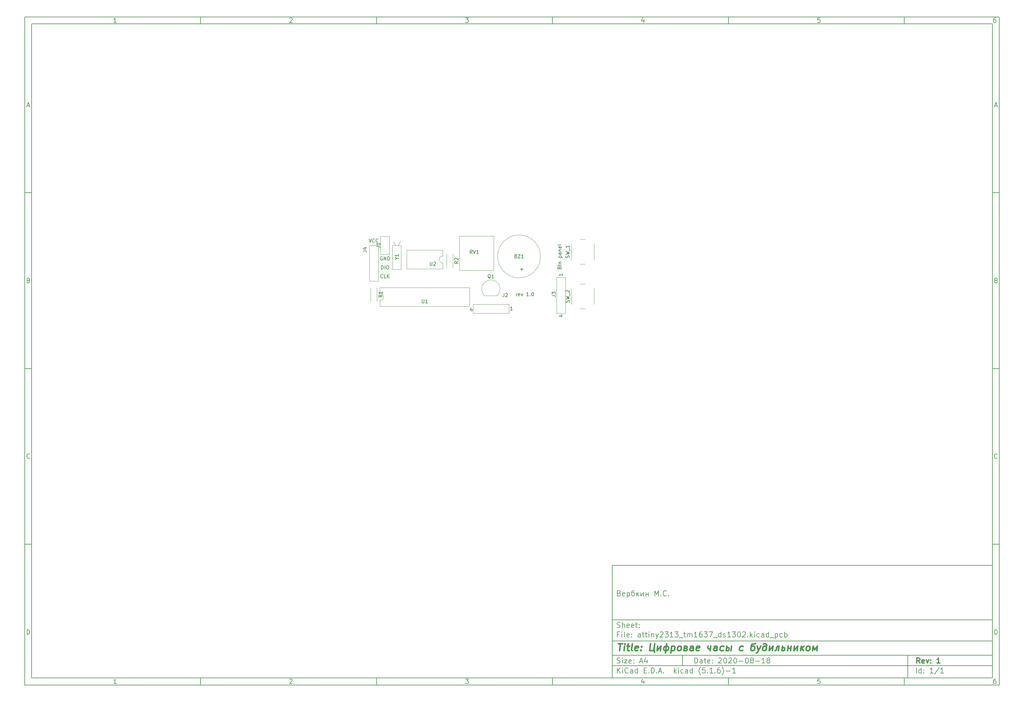
<source format=gto>
%TF.GenerationSoftware,KiCad,Pcbnew,(5.1.6)-1*%
%TF.CreationDate,2020-10-12T23:34:44+05:00*%
%TF.ProjectId,attiny2313_tm1637_ds1302,61747469-6e79-4323-9331-335f746d3136,1*%
%TF.SameCoordinates,Original*%
%TF.FileFunction,Legend,Top*%
%TF.FilePolarity,Positive*%
%FSLAX46Y46*%
G04 Gerber Fmt 4.6, Leading zero omitted, Abs format (unit mm)*
G04 Created by KiCad (PCBNEW (5.1.6)-1) date 2020-10-12 23:34:44*
%MOMM*%
%LPD*%
G01*
G04 APERTURE LIST*
%ADD10C,0.100000*%
%ADD11C,0.150000*%
%ADD12C,0.300000*%
%ADD13C,0.400000*%
%ADD14C,0.120000*%
G04 APERTURE END LIST*
D10*
D11*
X177002200Y-166007200D02*
X177002200Y-198007200D01*
X285002200Y-198007200D01*
X285002200Y-166007200D01*
X177002200Y-166007200D01*
D10*
D11*
X10000000Y-10000000D02*
X10000000Y-200007200D01*
X287002200Y-200007200D01*
X287002200Y-10000000D01*
X10000000Y-10000000D01*
D10*
D11*
X12000000Y-12000000D02*
X12000000Y-198007200D01*
X285002200Y-198007200D01*
X285002200Y-12000000D01*
X12000000Y-12000000D01*
D10*
D11*
X60000000Y-12000000D02*
X60000000Y-10000000D01*
D10*
D11*
X110000000Y-12000000D02*
X110000000Y-10000000D01*
D10*
D11*
X160000000Y-12000000D02*
X160000000Y-10000000D01*
D10*
D11*
X210000000Y-12000000D02*
X210000000Y-10000000D01*
D10*
D11*
X260000000Y-12000000D02*
X260000000Y-10000000D01*
D10*
D11*
X36065476Y-11588095D02*
X35322619Y-11588095D01*
X35694047Y-11588095D02*
X35694047Y-10288095D01*
X35570238Y-10473809D01*
X35446428Y-10597619D01*
X35322619Y-10659523D01*
D10*
D11*
X85322619Y-10411904D02*
X85384523Y-10350000D01*
X85508333Y-10288095D01*
X85817857Y-10288095D01*
X85941666Y-10350000D01*
X86003571Y-10411904D01*
X86065476Y-10535714D01*
X86065476Y-10659523D01*
X86003571Y-10845238D01*
X85260714Y-11588095D01*
X86065476Y-11588095D01*
D10*
D11*
X135260714Y-10288095D02*
X136065476Y-10288095D01*
X135632142Y-10783333D01*
X135817857Y-10783333D01*
X135941666Y-10845238D01*
X136003571Y-10907142D01*
X136065476Y-11030952D01*
X136065476Y-11340476D01*
X136003571Y-11464285D01*
X135941666Y-11526190D01*
X135817857Y-11588095D01*
X135446428Y-11588095D01*
X135322619Y-11526190D01*
X135260714Y-11464285D01*
D10*
D11*
X185941666Y-10721428D02*
X185941666Y-11588095D01*
X185632142Y-10226190D02*
X185322619Y-11154761D01*
X186127380Y-11154761D01*
D10*
D11*
X236003571Y-10288095D02*
X235384523Y-10288095D01*
X235322619Y-10907142D01*
X235384523Y-10845238D01*
X235508333Y-10783333D01*
X235817857Y-10783333D01*
X235941666Y-10845238D01*
X236003571Y-10907142D01*
X236065476Y-11030952D01*
X236065476Y-11340476D01*
X236003571Y-11464285D01*
X235941666Y-11526190D01*
X235817857Y-11588095D01*
X235508333Y-11588095D01*
X235384523Y-11526190D01*
X235322619Y-11464285D01*
D10*
D11*
X285941666Y-10288095D02*
X285694047Y-10288095D01*
X285570238Y-10350000D01*
X285508333Y-10411904D01*
X285384523Y-10597619D01*
X285322619Y-10845238D01*
X285322619Y-11340476D01*
X285384523Y-11464285D01*
X285446428Y-11526190D01*
X285570238Y-11588095D01*
X285817857Y-11588095D01*
X285941666Y-11526190D01*
X286003571Y-11464285D01*
X286065476Y-11340476D01*
X286065476Y-11030952D01*
X286003571Y-10907142D01*
X285941666Y-10845238D01*
X285817857Y-10783333D01*
X285570238Y-10783333D01*
X285446428Y-10845238D01*
X285384523Y-10907142D01*
X285322619Y-11030952D01*
D10*
D11*
X60000000Y-198007200D02*
X60000000Y-200007200D01*
D10*
D11*
X110000000Y-198007200D02*
X110000000Y-200007200D01*
D10*
D11*
X160000000Y-198007200D02*
X160000000Y-200007200D01*
D10*
D11*
X210000000Y-198007200D02*
X210000000Y-200007200D01*
D10*
D11*
X260000000Y-198007200D02*
X260000000Y-200007200D01*
D10*
D11*
X36065476Y-199595295D02*
X35322619Y-199595295D01*
X35694047Y-199595295D02*
X35694047Y-198295295D01*
X35570238Y-198481009D01*
X35446428Y-198604819D01*
X35322619Y-198666723D01*
D10*
D11*
X85322619Y-198419104D02*
X85384523Y-198357200D01*
X85508333Y-198295295D01*
X85817857Y-198295295D01*
X85941666Y-198357200D01*
X86003571Y-198419104D01*
X86065476Y-198542914D01*
X86065476Y-198666723D01*
X86003571Y-198852438D01*
X85260714Y-199595295D01*
X86065476Y-199595295D01*
D10*
D11*
X135260714Y-198295295D02*
X136065476Y-198295295D01*
X135632142Y-198790533D01*
X135817857Y-198790533D01*
X135941666Y-198852438D01*
X136003571Y-198914342D01*
X136065476Y-199038152D01*
X136065476Y-199347676D01*
X136003571Y-199471485D01*
X135941666Y-199533390D01*
X135817857Y-199595295D01*
X135446428Y-199595295D01*
X135322619Y-199533390D01*
X135260714Y-199471485D01*
D10*
D11*
X185941666Y-198728628D02*
X185941666Y-199595295D01*
X185632142Y-198233390D02*
X185322619Y-199161961D01*
X186127380Y-199161961D01*
D10*
D11*
X236003571Y-198295295D02*
X235384523Y-198295295D01*
X235322619Y-198914342D01*
X235384523Y-198852438D01*
X235508333Y-198790533D01*
X235817857Y-198790533D01*
X235941666Y-198852438D01*
X236003571Y-198914342D01*
X236065476Y-199038152D01*
X236065476Y-199347676D01*
X236003571Y-199471485D01*
X235941666Y-199533390D01*
X235817857Y-199595295D01*
X235508333Y-199595295D01*
X235384523Y-199533390D01*
X235322619Y-199471485D01*
D10*
D11*
X285941666Y-198295295D02*
X285694047Y-198295295D01*
X285570238Y-198357200D01*
X285508333Y-198419104D01*
X285384523Y-198604819D01*
X285322619Y-198852438D01*
X285322619Y-199347676D01*
X285384523Y-199471485D01*
X285446428Y-199533390D01*
X285570238Y-199595295D01*
X285817857Y-199595295D01*
X285941666Y-199533390D01*
X286003571Y-199471485D01*
X286065476Y-199347676D01*
X286065476Y-199038152D01*
X286003571Y-198914342D01*
X285941666Y-198852438D01*
X285817857Y-198790533D01*
X285570238Y-198790533D01*
X285446428Y-198852438D01*
X285384523Y-198914342D01*
X285322619Y-199038152D01*
D10*
D11*
X10000000Y-60000000D02*
X12000000Y-60000000D01*
D10*
D11*
X10000000Y-110000000D02*
X12000000Y-110000000D01*
D10*
D11*
X10000000Y-160000000D02*
X12000000Y-160000000D01*
D10*
D11*
X10690476Y-35216666D02*
X11309523Y-35216666D01*
X10566666Y-35588095D02*
X11000000Y-34288095D01*
X11433333Y-35588095D01*
D10*
D11*
X11092857Y-84907142D02*
X11278571Y-84969047D01*
X11340476Y-85030952D01*
X11402380Y-85154761D01*
X11402380Y-85340476D01*
X11340476Y-85464285D01*
X11278571Y-85526190D01*
X11154761Y-85588095D01*
X10659523Y-85588095D01*
X10659523Y-84288095D01*
X11092857Y-84288095D01*
X11216666Y-84350000D01*
X11278571Y-84411904D01*
X11340476Y-84535714D01*
X11340476Y-84659523D01*
X11278571Y-84783333D01*
X11216666Y-84845238D01*
X11092857Y-84907142D01*
X10659523Y-84907142D01*
D10*
D11*
X11402380Y-135464285D02*
X11340476Y-135526190D01*
X11154761Y-135588095D01*
X11030952Y-135588095D01*
X10845238Y-135526190D01*
X10721428Y-135402380D01*
X10659523Y-135278571D01*
X10597619Y-135030952D01*
X10597619Y-134845238D01*
X10659523Y-134597619D01*
X10721428Y-134473809D01*
X10845238Y-134350000D01*
X11030952Y-134288095D01*
X11154761Y-134288095D01*
X11340476Y-134350000D01*
X11402380Y-134411904D01*
D10*
D11*
X10659523Y-185588095D02*
X10659523Y-184288095D01*
X10969047Y-184288095D01*
X11154761Y-184350000D01*
X11278571Y-184473809D01*
X11340476Y-184597619D01*
X11402380Y-184845238D01*
X11402380Y-185030952D01*
X11340476Y-185278571D01*
X11278571Y-185402380D01*
X11154761Y-185526190D01*
X10969047Y-185588095D01*
X10659523Y-185588095D01*
D10*
D11*
X287002200Y-60000000D02*
X285002200Y-60000000D01*
D10*
D11*
X287002200Y-110000000D02*
X285002200Y-110000000D01*
D10*
D11*
X287002200Y-160000000D02*
X285002200Y-160000000D01*
D10*
D11*
X285692676Y-35216666D02*
X286311723Y-35216666D01*
X285568866Y-35588095D02*
X286002200Y-34288095D01*
X286435533Y-35588095D01*
D10*
D11*
X286095057Y-84907142D02*
X286280771Y-84969047D01*
X286342676Y-85030952D01*
X286404580Y-85154761D01*
X286404580Y-85340476D01*
X286342676Y-85464285D01*
X286280771Y-85526190D01*
X286156961Y-85588095D01*
X285661723Y-85588095D01*
X285661723Y-84288095D01*
X286095057Y-84288095D01*
X286218866Y-84350000D01*
X286280771Y-84411904D01*
X286342676Y-84535714D01*
X286342676Y-84659523D01*
X286280771Y-84783333D01*
X286218866Y-84845238D01*
X286095057Y-84907142D01*
X285661723Y-84907142D01*
D10*
D11*
X286404580Y-135464285D02*
X286342676Y-135526190D01*
X286156961Y-135588095D01*
X286033152Y-135588095D01*
X285847438Y-135526190D01*
X285723628Y-135402380D01*
X285661723Y-135278571D01*
X285599819Y-135030952D01*
X285599819Y-134845238D01*
X285661723Y-134597619D01*
X285723628Y-134473809D01*
X285847438Y-134350000D01*
X286033152Y-134288095D01*
X286156961Y-134288095D01*
X286342676Y-134350000D01*
X286404580Y-134411904D01*
D10*
D11*
X285661723Y-185588095D02*
X285661723Y-184288095D01*
X285971247Y-184288095D01*
X286156961Y-184350000D01*
X286280771Y-184473809D01*
X286342676Y-184597619D01*
X286404580Y-184845238D01*
X286404580Y-185030952D01*
X286342676Y-185278571D01*
X286280771Y-185402380D01*
X286156961Y-185526190D01*
X285971247Y-185588095D01*
X285661723Y-185588095D01*
D10*
D11*
X200434342Y-193785771D02*
X200434342Y-192285771D01*
X200791485Y-192285771D01*
X201005771Y-192357200D01*
X201148628Y-192500057D01*
X201220057Y-192642914D01*
X201291485Y-192928628D01*
X201291485Y-193142914D01*
X201220057Y-193428628D01*
X201148628Y-193571485D01*
X201005771Y-193714342D01*
X200791485Y-193785771D01*
X200434342Y-193785771D01*
X202577200Y-193785771D02*
X202577200Y-193000057D01*
X202505771Y-192857200D01*
X202362914Y-192785771D01*
X202077200Y-192785771D01*
X201934342Y-192857200D01*
X202577200Y-193714342D02*
X202434342Y-193785771D01*
X202077200Y-193785771D01*
X201934342Y-193714342D01*
X201862914Y-193571485D01*
X201862914Y-193428628D01*
X201934342Y-193285771D01*
X202077200Y-193214342D01*
X202434342Y-193214342D01*
X202577200Y-193142914D01*
X203077200Y-192785771D02*
X203648628Y-192785771D01*
X203291485Y-192285771D02*
X203291485Y-193571485D01*
X203362914Y-193714342D01*
X203505771Y-193785771D01*
X203648628Y-193785771D01*
X204720057Y-193714342D02*
X204577200Y-193785771D01*
X204291485Y-193785771D01*
X204148628Y-193714342D01*
X204077200Y-193571485D01*
X204077200Y-193000057D01*
X204148628Y-192857200D01*
X204291485Y-192785771D01*
X204577200Y-192785771D01*
X204720057Y-192857200D01*
X204791485Y-193000057D01*
X204791485Y-193142914D01*
X204077200Y-193285771D01*
X205434342Y-193642914D02*
X205505771Y-193714342D01*
X205434342Y-193785771D01*
X205362914Y-193714342D01*
X205434342Y-193642914D01*
X205434342Y-193785771D01*
X205434342Y-192857200D02*
X205505771Y-192928628D01*
X205434342Y-193000057D01*
X205362914Y-192928628D01*
X205434342Y-192857200D01*
X205434342Y-193000057D01*
X207220057Y-192428628D02*
X207291485Y-192357200D01*
X207434342Y-192285771D01*
X207791485Y-192285771D01*
X207934342Y-192357200D01*
X208005771Y-192428628D01*
X208077200Y-192571485D01*
X208077200Y-192714342D01*
X208005771Y-192928628D01*
X207148628Y-193785771D01*
X208077200Y-193785771D01*
X209005771Y-192285771D02*
X209148628Y-192285771D01*
X209291485Y-192357200D01*
X209362914Y-192428628D01*
X209434342Y-192571485D01*
X209505771Y-192857200D01*
X209505771Y-193214342D01*
X209434342Y-193500057D01*
X209362914Y-193642914D01*
X209291485Y-193714342D01*
X209148628Y-193785771D01*
X209005771Y-193785771D01*
X208862914Y-193714342D01*
X208791485Y-193642914D01*
X208720057Y-193500057D01*
X208648628Y-193214342D01*
X208648628Y-192857200D01*
X208720057Y-192571485D01*
X208791485Y-192428628D01*
X208862914Y-192357200D01*
X209005771Y-192285771D01*
X210077200Y-192428628D02*
X210148628Y-192357200D01*
X210291485Y-192285771D01*
X210648628Y-192285771D01*
X210791485Y-192357200D01*
X210862914Y-192428628D01*
X210934342Y-192571485D01*
X210934342Y-192714342D01*
X210862914Y-192928628D01*
X210005771Y-193785771D01*
X210934342Y-193785771D01*
X211862914Y-192285771D02*
X212005771Y-192285771D01*
X212148628Y-192357200D01*
X212220057Y-192428628D01*
X212291485Y-192571485D01*
X212362914Y-192857200D01*
X212362914Y-193214342D01*
X212291485Y-193500057D01*
X212220057Y-193642914D01*
X212148628Y-193714342D01*
X212005771Y-193785771D01*
X211862914Y-193785771D01*
X211720057Y-193714342D01*
X211648628Y-193642914D01*
X211577200Y-193500057D01*
X211505771Y-193214342D01*
X211505771Y-192857200D01*
X211577200Y-192571485D01*
X211648628Y-192428628D01*
X211720057Y-192357200D01*
X211862914Y-192285771D01*
X213005771Y-193214342D02*
X214148628Y-193214342D01*
X215148628Y-192285771D02*
X215291485Y-192285771D01*
X215434342Y-192357200D01*
X215505771Y-192428628D01*
X215577200Y-192571485D01*
X215648628Y-192857200D01*
X215648628Y-193214342D01*
X215577200Y-193500057D01*
X215505771Y-193642914D01*
X215434342Y-193714342D01*
X215291485Y-193785771D01*
X215148628Y-193785771D01*
X215005771Y-193714342D01*
X214934342Y-193642914D01*
X214862914Y-193500057D01*
X214791485Y-193214342D01*
X214791485Y-192857200D01*
X214862914Y-192571485D01*
X214934342Y-192428628D01*
X215005771Y-192357200D01*
X215148628Y-192285771D01*
X216505771Y-192928628D02*
X216362914Y-192857200D01*
X216291485Y-192785771D01*
X216220057Y-192642914D01*
X216220057Y-192571485D01*
X216291485Y-192428628D01*
X216362914Y-192357200D01*
X216505771Y-192285771D01*
X216791485Y-192285771D01*
X216934342Y-192357200D01*
X217005771Y-192428628D01*
X217077200Y-192571485D01*
X217077200Y-192642914D01*
X217005771Y-192785771D01*
X216934342Y-192857200D01*
X216791485Y-192928628D01*
X216505771Y-192928628D01*
X216362914Y-193000057D01*
X216291485Y-193071485D01*
X216220057Y-193214342D01*
X216220057Y-193500057D01*
X216291485Y-193642914D01*
X216362914Y-193714342D01*
X216505771Y-193785771D01*
X216791485Y-193785771D01*
X216934342Y-193714342D01*
X217005771Y-193642914D01*
X217077200Y-193500057D01*
X217077200Y-193214342D01*
X217005771Y-193071485D01*
X216934342Y-193000057D01*
X216791485Y-192928628D01*
X217720057Y-193214342D02*
X218862914Y-193214342D01*
X220362914Y-193785771D02*
X219505771Y-193785771D01*
X219934342Y-193785771D02*
X219934342Y-192285771D01*
X219791485Y-192500057D01*
X219648628Y-192642914D01*
X219505771Y-192714342D01*
X221220057Y-192928628D02*
X221077200Y-192857200D01*
X221005771Y-192785771D01*
X220934342Y-192642914D01*
X220934342Y-192571485D01*
X221005771Y-192428628D01*
X221077200Y-192357200D01*
X221220057Y-192285771D01*
X221505771Y-192285771D01*
X221648628Y-192357200D01*
X221720057Y-192428628D01*
X221791485Y-192571485D01*
X221791485Y-192642914D01*
X221720057Y-192785771D01*
X221648628Y-192857200D01*
X221505771Y-192928628D01*
X221220057Y-192928628D01*
X221077200Y-193000057D01*
X221005771Y-193071485D01*
X220934342Y-193214342D01*
X220934342Y-193500057D01*
X221005771Y-193642914D01*
X221077200Y-193714342D01*
X221220057Y-193785771D01*
X221505771Y-193785771D01*
X221648628Y-193714342D01*
X221720057Y-193642914D01*
X221791485Y-193500057D01*
X221791485Y-193214342D01*
X221720057Y-193071485D01*
X221648628Y-193000057D01*
X221505771Y-192928628D01*
D10*
D11*
X177002200Y-194507200D02*
X285002200Y-194507200D01*
D10*
D11*
X178434342Y-196585771D02*
X178434342Y-195085771D01*
X179291485Y-196585771D02*
X178648628Y-195728628D01*
X179291485Y-195085771D02*
X178434342Y-195942914D01*
X179934342Y-196585771D02*
X179934342Y-195585771D01*
X179934342Y-195085771D02*
X179862914Y-195157200D01*
X179934342Y-195228628D01*
X180005771Y-195157200D01*
X179934342Y-195085771D01*
X179934342Y-195228628D01*
X181505771Y-196442914D02*
X181434342Y-196514342D01*
X181220057Y-196585771D01*
X181077200Y-196585771D01*
X180862914Y-196514342D01*
X180720057Y-196371485D01*
X180648628Y-196228628D01*
X180577200Y-195942914D01*
X180577200Y-195728628D01*
X180648628Y-195442914D01*
X180720057Y-195300057D01*
X180862914Y-195157200D01*
X181077200Y-195085771D01*
X181220057Y-195085771D01*
X181434342Y-195157200D01*
X181505771Y-195228628D01*
X182791485Y-196585771D02*
X182791485Y-195800057D01*
X182720057Y-195657200D01*
X182577200Y-195585771D01*
X182291485Y-195585771D01*
X182148628Y-195657200D01*
X182791485Y-196514342D02*
X182648628Y-196585771D01*
X182291485Y-196585771D01*
X182148628Y-196514342D01*
X182077200Y-196371485D01*
X182077200Y-196228628D01*
X182148628Y-196085771D01*
X182291485Y-196014342D01*
X182648628Y-196014342D01*
X182791485Y-195942914D01*
X184148628Y-196585771D02*
X184148628Y-195085771D01*
X184148628Y-196514342D02*
X184005771Y-196585771D01*
X183720057Y-196585771D01*
X183577200Y-196514342D01*
X183505771Y-196442914D01*
X183434342Y-196300057D01*
X183434342Y-195871485D01*
X183505771Y-195728628D01*
X183577200Y-195657200D01*
X183720057Y-195585771D01*
X184005771Y-195585771D01*
X184148628Y-195657200D01*
X186005771Y-195800057D02*
X186505771Y-195800057D01*
X186720057Y-196585771D02*
X186005771Y-196585771D01*
X186005771Y-195085771D01*
X186720057Y-195085771D01*
X187362914Y-196442914D02*
X187434342Y-196514342D01*
X187362914Y-196585771D01*
X187291485Y-196514342D01*
X187362914Y-196442914D01*
X187362914Y-196585771D01*
X188077200Y-196585771D02*
X188077200Y-195085771D01*
X188434342Y-195085771D01*
X188648628Y-195157200D01*
X188791485Y-195300057D01*
X188862914Y-195442914D01*
X188934342Y-195728628D01*
X188934342Y-195942914D01*
X188862914Y-196228628D01*
X188791485Y-196371485D01*
X188648628Y-196514342D01*
X188434342Y-196585771D01*
X188077200Y-196585771D01*
X189577200Y-196442914D02*
X189648628Y-196514342D01*
X189577200Y-196585771D01*
X189505771Y-196514342D01*
X189577200Y-196442914D01*
X189577200Y-196585771D01*
X190220057Y-196157200D02*
X190934342Y-196157200D01*
X190077200Y-196585771D02*
X190577200Y-195085771D01*
X191077200Y-196585771D01*
X191577200Y-196442914D02*
X191648628Y-196514342D01*
X191577200Y-196585771D01*
X191505771Y-196514342D01*
X191577200Y-196442914D01*
X191577200Y-196585771D01*
X194577200Y-196585771D02*
X194577200Y-195085771D01*
X194720057Y-196014342D02*
X195148628Y-196585771D01*
X195148628Y-195585771D02*
X194577200Y-196157200D01*
X195791485Y-196585771D02*
X195791485Y-195585771D01*
X195791485Y-195085771D02*
X195720057Y-195157200D01*
X195791485Y-195228628D01*
X195862914Y-195157200D01*
X195791485Y-195085771D01*
X195791485Y-195228628D01*
X197148628Y-196514342D02*
X197005771Y-196585771D01*
X196720057Y-196585771D01*
X196577200Y-196514342D01*
X196505771Y-196442914D01*
X196434342Y-196300057D01*
X196434342Y-195871485D01*
X196505771Y-195728628D01*
X196577200Y-195657200D01*
X196720057Y-195585771D01*
X197005771Y-195585771D01*
X197148628Y-195657200D01*
X198434342Y-196585771D02*
X198434342Y-195800057D01*
X198362914Y-195657200D01*
X198220057Y-195585771D01*
X197934342Y-195585771D01*
X197791485Y-195657200D01*
X198434342Y-196514342D02*
X198291485Y-196585771D01*
X197934342Y-196585771D01*
X197791485Y-196514342D01*
X197720057Y-196371485D01*
X197720057Y-196228628D01*
X197791485Y-196085771D01*
X197934342Y-196014342D01*
X198291485Y-196014342D01*
X198434342Y-195942914D01*
X199791485Y-196585771D02*
X199791485Y-195085771D01*
X199791485Y-196514342D02*
X199648628Y-196585771D01*
X199362914Y-196585771D01*
X199220057Y-196514342D01*
X199148628Y-196442914D01*
X199077200Y-196300057D01*
X199077200Y-195871485D01*
X199148628Y-195728628D01*
X199220057Y-195657200D01*
X199362914Y-195585771D01*
X199648628Y-195585771D01*
X199791485Y-195657200D01*
X202077200Y-197157200D02*
X202005771Y-197085771D01*
X201862914Y-196871485D01*
X201791485Y-196728628D01*
X201720057Y-196514342D01*
X201648628Y-196157200D01*
X201648628Y-195871485D01*
X201720057Y-195514342D01*
X201791485Y-195300057D01*
X201862914Y-195157200D01*
X202005771Y-194942914D01*
X202077200Y-194871485D01*
X203362914Y-195085771D02*
X202648628Y-195085771D01*
X202577200Y-195800057D01*
X202648628Y-195728628D01*
X202791485Y-195657200D01*
X203148628Y-195657200D01*
X203291485Y-195728628D01*
X203362914Y-195800057D01*
X203434342Y-195942914D01*
X203434342Y-196300057D01*
X203362914Y-196442914D01*
X203291485Y-196514342D01*
X203148628Y-196585771D01*
X202791485Y-196585771D01*
X202648628Y-196514342D01*
X202577200Y-196442914D01*
X204077200Y-196442914D02*
X204148628Y-196514342D01*
X204077200Y-196585771D01*
X204005771Y-196514342D01*
X204077200Y-196442914D01*
X204077200Y-196585771D01*
X205577200Y-196585771D02*
X204720057Y-196585771D01*
X205148628Y-196585771D02*
X205148628Y-195085771D01*
X205005771Y-195300057D01*
X204862914Y-195442914D01*
X204720057Y-195514342D01*
X206220057Y-196442914D02*
X206291485Y-196514342D01*
X206220057Y-196585771D01*
X206148628Y-196514342D01*
X206220057Y-196442914D01*
X206220057Y-196585771D01*
X207577200Y-195085771D02*
X207291485Y-195085771D01*
X207148628Y-195157200D01*
X207077200Y-195228628D01*
X206934342Y-195442914D01*
X206862914Y-195728628D01*
X206862914Y-196300057D01*
X206934342Y-196442914D01*
X207005771Y-196514342D01*
X207148628Y-196585771D01*
X207434342Y-196585771D01*
X207577200Y-196514342D01*
X207648628Y-196442914D01*
X207720057Y-196300057D01*
X207720057Y-195942914D01*
X207648628Y-195800057D01*
X207577200Y-195728628D01*
X207434342Y-195657200D01*
X207148628Y-195657200D01*
X207005771Y-195728628D01*
X206934342Y-195800057D01*
X206862914Y-195942914D01*
X208220057Y-197157200D02*
X208291485Y-197085771D01*
X208434342Y-196871485D01*
X208505771Y-196728628D01*
X208577200Y-196514342D01*
X208648628Y-196157200D01*
X208648628Y-195871485D01*
X208577200Y-195514342D01*
X208505771Y-195300057D01*
X208434342Y-195157200D01*
X208291485Y-194942914D01*
X208220057Y-194871485D01*
X209362914Y-196014342D02*
X210505771Y-196014342D01*
X212005771Y-196585771D02*
X211148628Y-196585771D01*
X211577200Y-196585771D02*
X211577200Y-195085771D01*
X211434342Y-195300057D01*
X211291485Y-195442914D01*
X211148628Y-195514342D01*
D10*
D11*
X177002200Y-191507200D02*
X285002200Y-191507200D01*
D10*
D12*
X264411485Y-193785771D02*
X263911485Y-193071485D01*
X263554342Y-193785771D02*
X263554342Y-192285771D01*
X264125771Y-192285771D01*
X264268628Y-192357200D01*
X264340057Y-192428628D01*
X264411485Y-192571485D01*
X264411485Y-192785771D01*
X264340057Y-192928628D01*
X264268628Y-193000057D01*
X264125771Y-193071485D01*
X263554342Y-193071485D01*
X265625771Y-193714342D02*
X265482914Y-193785771D01*
X265197200Y-193785771D01*
X265054342Y-193714342D01*
X264982914Y-193571485D01*
X264982914Y-193000057D01*
X265054342Y-192857200D01*
X265197200Y-192785771D01*
X265482914Y-192785771D01*
X265625771Y-192857200D01*
X265697200Y-193000057D01*
X265697200Y-193142914D01*
X264982914Y-193285771D01*
X266197200Y-192785771D02*
X266554342Y-193785771D01*
X266911485Y-192785771D01*
X267482914Y-193642914D02*
X267554342Y-193714342D01*
X267482914Y-193785771D01*
X267411485Y-193714342D01*
X267482914Y-193642914D01*
X267482914Y-193785771D01*
X267482914Y-192857200D02*
X267554342Y-192928628D01*
X267482914Y-193000057D01*
X267411485Y-192928628D01*
X267482914Y-192857200D01*
X267482914Y-193000057D01*
X270125771Y-193785771D02*
X269268628Y-193785771D01*
X269697200Y-193785771D02*
X269697200Y-192285771D01*
X269554342Y-192500057D01*
X269411485Y-192642914D01*
X269268628Y-192714342D01*
D10*
D11*
X178362914Y-193714342D02*
X178577200Y-193785771D01*
X178934342Y-193785771D01*
X179077200Y-193714342D01*
X179148628Y-193642914D01*
X179220057Y-193500057D01*
X179220057Y-193357200D01*
X179148628Y-193214342D01*
X179077200Y-193142914D01*
X178934342Y-193071485D01*
X178648628Y-193000057D01*
X178505771Y-192928628D01*
X178434342Y-192857200D01*
X178362914Y-192714342D01*
X178362914Y-192571485D01*
X178434342Y-192428628D01*
X178505771Y-192357200D01*
X178648628Y-192285771D01*
X179005771Y-192285771D01*
X179220057Y-192357200D01*
X179862914Y-193785771D02*
X179862914Y-192785771D01*
X179862914Y-192285771D02*
X179791485Y-192357200D01*
X179862914Y-192428628D01*
X179934342Y-192357200D01*
X179862914Y-192285771D01*
X179862914Y-192428628D01*
X180434342Y-192785771D02*
X181220057Y-192785771D01*
X180434342Y-193785771D01*
X181220057Y-193785771D01*
X182362914Y-193714342D02*
X182220057Y-193785771D01*
X181934342Y-193785771D01*
X181791485Y-193714342D01*
X181720057Y-193571485D01*
X181720057Y-193000057D01*
X181791485Y-192857200D01*
X181934342Y-192785771D01*
X182220057Y-192785771D01*
X182362914Y-192857200D01*
X182434342Y-193000057D01*
X182434342Y-193142914D01*
X181720057Y-193285771D01*
X183077200Y-193642914D02*
X183148628Y-193714342D01*
X183077200Y-193785771D01*
X183005771Y-193714342D01*
X183077200Y-193642914D01*
X183077200Y-193785771D01*
X183077200Y-192857200D02*
X183148628Y-192928628D01*
X183077200Y-193000057D01*
X183005771Y-192928628D01*
X183077200Y-192857200D01*
X183077200Y-193000057D01*
X184862914Y-193357200D02*
X185577200Y-193357200D01*
X184720057Y-193785771D02*
X185220057Y-192285771D01*
X185720057Y-193785771D01*
X186862914Y-192785771D02*
X186862914Y-193785771D01*
X186505771Y-192214342D02*
X186148628Y-193285771D01*
X187077200Y-193285771D01*
D10*
D11*
X263434342Y-196585771D02*
X263434342Y-195085771D01*
X264791485Y-196585771D02*
X264791485Y-195085771D01*
X264791485Y-196514342D02*
X264648628Y-196585771D01*
X264362914Y-196585771D01*
X264220057Y-196514342D01*
X264148628Y-196442914D01*
X264077200Y-196300057D01*
X264077200Y-195871485D01*
X264148628Y-195728628D01*
X264220057Y-195657200D01*
X264362914Y-195585771D01*
X264648628Y-195585771D01*
X264791485Y-195657200D01*
X265505771Y-196442914D02*
X265577200Y-196514342D01*
X265505771Y-196585771D01*
X265434342Y-196514342D01*
X265505771Y-196442914D01*
X265505771Y-196585771D01*
X265505771Y-195657200D02*
X265577200Y-195728628D01*
X265505771Y-195800057D01*
X265434342Y-195728628D01*
X265505771Y-195657200D01*
X265505771Y-195800057D01*
X268148628Y-196585771D02*
X267291485Y-196585771D01*
X267720057Y-196585771D02*
X267720057Y-195085771D01*
X267577200Y-195300057D01*
X267434342Y-195442914D01*
X267291485Y-195514342D01*
X269862914Y-195014342D02*
X268577200Y-196942914D01*
X271148628Y-196585771D02*
X270291485Y-196585771D01*
X270720057Y-196585771D02*
X270720057Y-195085771D01*
X270577200Y-195300057D01*
X270434342Y-195442914D01*
X270291485Y-195514342D01*
D10*
D11*
X177002200Y-187507200D02*
X285002200Y-187507200D01*
D10*
D13*
X178714580Y-188211961D02*
X179857438Y-188211961D01*
X179036009Y-190211961D02*
X179286009Y-188211961D01*
X180274104Y-190211961D02*
X180440771Y-188878628D01*
X180524104Y-188211961D02*
X180416961Y-188307200D01*
X180500295Y-188402438D01*
X180607438Y-188307200D01*
X180524104Y-188211961D01*
X180500295Y-188402438D01*
X181107438Y-188878628D02*
X181869342Y-188878628D01*
X181476485Y-188211961D02*
X181262200Y-189926247D01*
X181333628Y-190116723D01*
X181512200Y-190211961D01*
X181702676Y-190211961D01*
X182655057Y-190211961D02*
X182476485Y-190116723D01*
X182405057Y-189926247D01*
X182619342Y-188211961D01*
X184190771Y-190116723D02*
X183988390Y-190211961D01*
X183607438Y-190211961D01*
X183428866Y-190116723D01*
X183357438Y-189926247D01*
X183452676Y-189164342D01*
X183571723Y-188973866D01*
X183774104Y-188878628D01*
X184155057Y-188878628D01*
X184333628Y-188973866D01*
X184405057Y-189164342D01*
X184381247Y-189354819D01*
X183405057Y-189545295D01*
X185155057Y-190021485D02*
X185238390Y-190116723D01*
X185131247Y-190211961D01*
X185047914Y-190116723D01*
X185155057Y-190021485D01*
X185131247Y-190211961D01*
X185286009Y-188973866D02*
X185369342Y-189069104D01*
X185262200Y-189164342D01*
X185178866Y-189069104D01*
X185286009Y-188973866D01*
X185262200Y-189164342D01*
X189000295Y-188211961D02*
X188750295Y-190211961D01*
X187857438Y-188211961D02*
X187607438Y-190211961D01*
X188940771Y-190211961D01*
X188881247Y-190688152D01*
X189869342Y-188878628D02*
X189702676Y-190211961D01*
X190821723Y-188878628D01*
X190655057Y-190211961D01*
X192428866Y-188211961D02*
X192095533Y-190878628D01*
X192155057Y-188878628D02*
X192536009Y-188878628D01*
X192714580Y-188973866D01*
X192881247Y-189164342D01*
X192952676Y-189354819D01*
X192905057Y-189735771D01*
X192786009Y-189926247D01*
X192571723Y-190116723D01*
X192369342Y-190211961D01*
X191988390Y-190211961D01*
X191809819Y-190116723D01*
X191643152Y-189926247D01*
X191571723Y-189735771D01*
X191619342Y-189354819D01*
X191738390Y-189164342D01*
X191952676Y-188973866D01*
X192155057Y-188878628D01*
X193869342Y-188878628D02*
X193619342Y-190878628D01*
X193857438Y-188973866D02*
X194059819Y-188878628D01*
X194440771Y-188878628D01*
X194619342Y-188973866D01*
X194702676Y-189069104D01*
X194774104Y-189259580D01*
X194702676Y-189831009D01*
X194583628Y-190021485D01*
X194476485Y-190116723D01*
X194274104Y-190211961D01*
X193893152Y-190211961D01*
X193714580Y-190116723D01*
X195797914Y-190211961D02*
X195619342Y-190116723D01*
X195536009Y-190021485D01*
X195464580Y-189831009D01*
X195536009Y-189259580D01*
X195655057Y-189069104D01*
X195762200Y-188973866D01*
X195964580Y-188878628D01*
X196250295Y-188878628D01*
X196428866Y-188973866D01*
X196512200Y-189069104D01*
X196583628Y-189259580D01*
X196512200Y-189831009D01*
X196393152Y-190021485D01*
X196286009Y-190116723D01*
X196083628Y-190211961D01*
X195797914Y-190211961D01*
X197881247Y-189545295D02*
X198155057Y-189640533D01*
X198226485Y-189831009D01*
X198214580Y-189926247D01*
X198095533Y-190116723D01*
X197893152Y-190211961D01*
X197321723Y-190211961D01*
X197488390Y-188878628D01*
X197964580Y-188878628D01*
X198143152Y-188973866D01*
X198214580Y-189164342D01*
X198202676Y-189259580D01*
X198083628Y-189450057D01*
X197881247Y-189545295D01*
X197405057Y-189545295D01*
X199893152Y-190211961D02*
X200024104Y-189164342D01*
X199952676Y-188973866D01*
X199774104Y-188878628D01*
X199393152Y-188878628D01*
X199190771Y-188973866D01*
X199905057Y-190116723D02*
X199702676Y-190211961D01*
X199226485Y-190211961D01*
X199047914Y-190116723D01*
X198976485Y-189926247D01*
X199000295Y-189735771D01*
X199119342Y-189545295D01*
X199321723Y-189450057D01*
X199797914Y-189450057D01*
X200000295Y-189354819D01*
X201619342Y-190116723D02*
X201416961Y-190211961D01*
X201036009Y-190211961D01*
X200857438Y-190116723D01*
X200786009Y-189926247D01*
X200881247Y-189164342D01*
X201000295Y-188973866D01*
X201202676Y-188878628D01*
X201583628Y-188878628D01*
X201762200Y-188973866D01*
X201833628Y-189164342D01*
X201809819Y-189354819D01*
X200833628Y-189545295D01*
X204916961Y-188878628D02*
X204750295Y-190211961D01*
X204155057Y-188878628D02*
X204095533Y-189354819D01*
X204166961Y-189545295D01*
X204345533Y-189640533D01*
X204821723Y-189640533D01*
X206655057Y-190211961D02*
X206786009Y-189164342D01*
X206714580Y-188973866D01*
X206536009Y-188878628D01*
X206155057Y-188878628D01*
X205952676Y-188973866D01*
X206666961Y-190116723D02*
X206464580Y-190211961D01*
X205988390Y-190211961D01*
X205809819Y-190116723D01*
X205738390Y-189926247D01*
X205762200Y-189735771D01*
X205881247Y-189545295D01*
X206083628Y-189450057D01*
X206559819Y-189450057D01*
X206762200Y-189354819D01*
X208476485Y-190116723D02*
X208274104Y-190211961D01*
X207893152Y-190211961D01*
X207714580Y-190116723D01*
X207631247Y-190021485D01*
X207559819Y-189831009D01*
X207631247Y-189259580D01*
X207750295Y-189069104D01*
X207857438Y-188973866D01*
X208059819Y-188878628D01*
X208440771Y-188878628D01*
X208619342Y-188973866D01*
X210821723Y-188878628D02*
X210655057Y-190211961D01*
X209488390Y-188878628D02*
X209321723Y-190211961D01*
X209797914Y-190211961D01*
X210000295Y-190116723D01*
X210119342Y-189926247D01*
X210155057Y-189640533D01*
X210083628Y-189450057D01*
X209905057Y-189354819D01*
X209428866Y-189354819D01*
X214000295Y-190116723D02*
X213797914Y-190211961D01*
X213416961Y-190211961D01*
X213238390Y-190116723D01*
X213155057Y-190021485D01*
X213083628Y-189831009D01*
X213155057Y-189259580D01*
X213274104Y-189069104D01*
X213381247Y-188973866D01*
X213583628Y-188878628D01*
X213964580Y-188878628D01*
X214143152Y-188973866D01*
X217583628Y-188116723D02*
X217476485Y-188211961D01*
X217274104Y-188307200D01*
X216893152Y-188307200D01*
X216690771Y-188402438D01*
X216583628Y-188497676D01*
X216464580Y-188688152D01*
X216321723Y-189831009D01*
X216393152Y-190021485D01*
X216476485Y-190116723D01*
X216655057Y-190211961D01*
X216940771Y-190211961D01*
X217143152Y-190116723D01*
X217250295Y-190021485D01*
X217369342Y-189831009D01*
X217440771Y-189259580D01*
X217369342Y-189069104D01*
X217286009Y-188973866D01*
X217107438Y-188878628D01*
X216726485Y-188878628D01*
X216524104Y-188973866D01*
X216416961Y-189069104D01*
X218155057Y-188878628D02*
X218464580Y-190211961D01*
X219107438Y-188878628D02*
X218464580Y-190211961D01*
X218214580Y-190688152D01*
X218107438Y-190783390D01*
X217905057Y-190878628D01*
X220797914Y-189069104D02*
X220714580Y-188973866D01*
X220536009Y-188878628D01*
X220155057Y-188878628D01*
X219952676Y-188973866D01*
X219845533Y-189069104D01*
X219726485Y-189259580D01*
X219655057Y-189831009D01*
X219726485Y-190021485D01*
X219809819Y-190116723D01*
X219988390Y-190211961D01*
X220274104Y-190211961D01*
X220476485Y-190116723D01*
X220583628Y-190021485D01*
X220702676Y-189831009D01*
X220857438Y-188592914D01*
X220786009Y-188402438D01*
X220702676Y-188307200D01*
X220524104Y-188211961D01*
X220143152Y-188211961D01*
X219940771Y-188307200D01*
X221678866Y-188878628D02*
X221512200Y-190211961D01*
X222631247Y-188878628D01*
X222464580Y-190211961D01*
X224178866Y-190211961D02*
X224345533Y-188878628D01*
X224059819Y-188878628D01*
X223857438Y-188973866D01*
X223738390Y-189164342D01*
X223547914Y-189926247D01*
X223428866Y-190116723D01*
X223226485Y-190211961D01*
X225297914Y-188878628D02*
X225131247Y-190211961D01*
X225607438Y-190211961D01*
X225809819Y-190116723D01*
X225928866Y-189926247D01*
X225964580Y-189640533D01*
X225893152Y-189450057D01*
X225714580Y-189354819D01*
X225238390Y-189354819D01*
X226833628Y-189545295D02*
X227690771Y-189545295D01*
X226916961Y-188878628D02*
X226750295Y-190211961D01*
X227774104Y-188878628D02*
X227607438Y-190211961D01*
X228726485Y-188878628D02*
X228559819Y-190211961D01*
X229678866Y-188878628D01*
X229512199Y-190211961D01*
X230631247Y-188878628D02*
X230464580Y-190211961D01*
X230750295Y-189450057D02*
X231226485Y-190211961D01*
X231393152Y-188878628D02*
X230536009Y-189640533D01*
X232369342Y-190211961D02*
X232190771Y-190116723D01*
X232107438Y-190021485D01*
X232036009Y-189831009D01*
X232107438Y-189259580D01*
X232226485Y-189069104D01*
X232333628Y-188973866D01*
X232536009Y-188878628D01*
X232821723Y-188878628D01*
X233000295Y-188973866D01*
X233083628Y-189069104D01*
X233155057Y-189259580D01*
X233083628Y-189831009D01*
X232964580Y-190021485D01*
X232857438Y-190116723D01*
X232655057Y-190211961D01*
X232369342Y-190211961D01*
X233893152Y-190211961D02*
X234059819Y-188878628D01*
X234500295Y-189926247D01*
X235202676Y-188878628D01*
X235036009Y-190211961D01*
D10*
D11*
X178934342Y-185600057D02*
X178434342Y-185600057D01*
X178434342Y-186385771D02*
X178434342Y-184885771D01*
X179148628Y-184885771D01*
X179720057Y-186385771D02*
X179720057Y-185385771D01*
X179720057Y-184885771D02*
X179648628Y-184957200D01*
X179720057Y-185028628D01*
X179791485Y-184957200D01*
X179720057Y-184885771D01*
X179720057Y-185028628D01*
X180648628Y-186385771D02*
X180505771Y-186314342D01*
X180434342Y-186171485D01*
X180434342Y-184885771D01*
X181791485Y-186314342D02*
X181648628Y-186385771D01*
X181362914Y-186385771D01*
X181220057Y-186314342D01*
X181148628Y-186171485D01*
X181148628Y-185600057D01*
X181220057Y-185457200D01*
X181362914Y-185385771D01*
X181648628Y-185385771D01*
X181791485Y-185457200D01*
X181862914Y-185600057D01*
X181862914Y-185742914D01*
X181148628Y-185885771D01*
X182505771Y-186242914D02*
X182577200Y-186314342D01*
X182505771Y-186385771D01*
X182434342Y-186314342D01*
X182505771Y-186242914D01*
X182505771Y-186385771D01*
X182505771Y-185457200D02*
X182577200Y-185528628D01*
X182505771Y-185600057D01*
X182434342Y-185528628D01*
X182505771Y-185457200D01*
X182505771Y-185600057D01*
X185005771Y-186385771D02*
X185005771Y-185600057D01*
X184934342Y-185457200D01*
X184791485Y-185385771D01*
X184505771Y-185385771D01*
X184362914Y-185457200D01*
X185005771Y-186314342D02*
X184862914Y-186385771D01*
X184505771Y-186385771D01*
X184362914Y-186314342D01*
X184291485Y-186171485D01*
X184291485Y-186028628D01*
X184362914Y-185885771D01*
X184505771Y-185814342D01*
X184862914Y-185814342D01*
X185005771Y-185742914D01*
X185505771Y-185385771D02*
X186077200Y-185385771D01*
X185720057Y-184885771D02*
X185720057Y-186171485D01*
X185791485Y-186314342D01*
X185934342Y-186385771D01*
X186077200Y-186385771D01*
X186362914Y-185385771D02*
X186934342Y-185385771D01*
X186577200Y-184885771D02*
X186577200Y-186171485D01*
X186648628Y-186314342D01*
X186791485Y-186385771D01*
X186934342Y-186385771D01*
X187434342Y-186385771D02*
X187434342Y-185385771D01*
X187434342Y-184885771D02*
X187362914Y-184957200D01*
X187434342Y-185028628D01*
X187505771Y-184957200D01*
X187434342Y-184885771D01*
X187434342Y-185028628D01*
X188148628Y-185385771D02*
X188148628Y-186385771D01*
X188148628Y-185528628D02*
X188220057Y-185457200D01*
X188362914Y-185385771D01*
X188577200Y-185385771D01*
X188720057Y-185457200D01*
X188791485Y-185600057D01*
X188791485Y-186385771D01*
X189362914Y-185385771D02*
X189720057Y-186385771D01*
X190077200Y-185385771D02*
X189720057Y-186385771D01*
X189577200Y-186742914D01*
X189505771Y-186814342D01*
X189362914Y-186885771D01*
X190577200Y-185028628D02*
X190648628Y-184957200D01*
X190791485Y-184885771D01*
X191148628Y-184885771D01*
X191291485Y-184957200D01*
X191362914Y-185028628D01*
X191434342Y-185171485D01*
X191434342Y-185314342D01*
X191362914Y-185528628D01*
X190505771Y-186385771D01*
X191434342Y-186385771D01*
X191934342Y-184885771D02*
X192862914Y-184885771D01*
X192362914Y-185457200D01*
X192577200Y-185457200D01*
X192720057Y-185528628D01*
X192791485Y-185600057D01*
X192862914Y-185742914D01*
X192862914Y-186100057D01*
X192791485Y-186242914D01*
X192720057Y-186314342D01*
X192577200Y-186385771D01*
X192148628Y-186385771D01*
X192005771Y-186314342D01*
X191934342Y-186242914D01*
X194291485Y-186385771D02*
X193434342Y-186385771D01*
X193862914Y-186385771D02*
X193862914Y-184885771D01*
X193720057Y-185100057D01*
X193577200Y-185242914D01*
X193434342Y-185314342D01*
X194791485Y-184885771D02*
X195720057Y-184885771D01*
X195220057Y-185457200D01*
X195434342Y-185457200D01*
X195577200Y-185528628D01*
X195648628Y-185600057D01*
X195720057Y-185742914D01*
X195720057Y-186100057D01*
X195648628Y-186242914D01*
X195577200Y-186314342D01*
X195434342Y-186385771D01*
X195005771Y-186385771D01*
X194862914Y-186314342D01*
X194791485Y-186242914D01*
X196005771Y-186528628D02*
X197148628Y-186528628D01*
X197291485Y-185385771D02*
X197862914Y-185385771D01*
X197505771Y-184885771D02*
X197505771Y-186171485D01*
X197577200Y-186314342D01*
X197720057Y-186385771D01*
X197862914Y-186385771D01*
X198362914Y-186385771D02*
X198362914Y-185385771D01*
X198362914Y-185528628D02*
X198434342Y-185457200D01*
X198577200Y-185385771D01*
X198791485Y-185385771D01*
X198934342Y-185457200D01*
X199005771Y-185600057D01*
X199005771Y-186385771D01*
X199005771Y-185600057D02*
X199077200Y-185457200D01*
X199220057Y-185385771D01*
X199434342Y-185385771D01*
X199577200Y-185457200D01*
X199648628Y-185600057D01*
X199648628Y-186385771D01*
X201148628Y-186385771D02*
X200291485Y-186385771D01*
X200720057Y-186385771D02*
X200720057Y-184885771D01*
X200577200Y-185100057D01*
X200434342Y-185242914D01*
X200291485Y-185314342D01*
X202434342Y-184885771D02*
X202148628Y-184885771D01*
X202005771Y-184957200D01*
X201934342Y-185028628D01*
X201791485Y-185242914D01*
X201720057Y-185528628D01*
X201720057Y-186100057D01*
X201791485Y-186242914D01*
X201862914Y-186314342D01*
X202005771Y-186385771D01*
X202291485Y-186385771D01*
X202434342Y-186314342D01*
X202505771Y-186242914D01*
X202577200Y-186100057D01*
X202577200Y-185742914D01*
X202505771Y-185600057D01*
X202434342Y-185528628D01*
X202291485Y-185457200D01*
X202005771Y-185457200D01*
X201862914Y-185528628D01*
X201791485Y-185600057D01*
X201720057Y-185742914D01*
X203077200Y-184885771D02*
X204005771Y-184885771D01*
X203505771Y-185457200D01*
X203720057Y-185457200D01*
X203862914Y-185528628D01*
X203934342Y-185600057D01*
X204005771Y-185742914D01*
X204005771Y-186100057D01*
X203934342Y-186242914D01*
X203862914Y-186314342D01*
X203720057Y-186385771D01*
X203291485Y-186385771D01*
X203148628Y-186314342D01*
X203077200Y-186242914D01*
X204505771Y-184885771D02*
X205505771Y-184885771D01*
X204862914Y-186385771D01*
X205720057Y-186528628D02*
X206862914Y-186528628D01*
X207862914Y-186385771D02*
X207862914Y-184885771D01*
X207862914Y-186314342D02*
X207720057Y-186385771D01*
X207434342Y-186385771D01*
X207291485Y-186314342D01*
X207220057Y-186242914D01*
X207148628Y-186100057D01*
X207148628Y-185671485D01*
X207220057Y-185528628D01*
X207291485Y-185457200D01*
X207434342Y-185385771D01*
X207720057Y-185385771D01*
X207862914Y-185457200D01*
X208505771Y-186314342D02*
X208648628Y-186385771D01*
X208934342Y-186385771D01*
X209077200Y-186314342D01*
X209148628Y-186171485D01*
X209148628Y-186100057D01*
X209077200Y-185957200D01*
X208934342Y-185885771D01*
X208720057Y-185885771D01*
X208577200Y-185814342D01*
X208505771Y-185671485D01*
X208505771Y-185600057D01*
X208577200Y-185457200D01*
X208720057Y-185385771D01*
X208934342Y-185385771D01*
X209077200Y-185457200D01*
X210577200Y-186385771D02*
X209720057Y-186385771D01*
X210148628Y-186385771D02*
X210148628Y-184885771D01*
X210005771Y-185100057D01*
X209862914Y-185242914D01*
X209720057Y-185314342D01*
X211077200Y-184885771D02*
X212005771Y-184885771D01*
X211505771Y-185457200D01*
X211720057Y-185457200D01*
X211862914Y-185528628D01*
X211934342Y-185600057D01*
X212005771Y-185742914D01*
X212005771Y-186100057D01*
X211934342Y-186242914D01*
X211862914Y-186314342D01*
X211720057Y-186385771D01*
X211291485Y-186385771D01*
X211148628Y-186314342D01*
X211077200Y-186242914D01*
X212934342Y-184885771D02*
X213077200Y-184885771D01*
X213220057Y-184957200D01*
X213291485Y-185028628D01*
X213362914Y-185171485D01*
X213434342Y-185457200D01*
X213434342Y-185814342D01*
X213362914Y-186100057D01*
X213291485Y-186242914D01*
X213220057Y-186314342D01*
X213077200Y-186385771D01*
X212934342Y-186385771D01*
X212791485Y-186314342D01*
X212720057Y-186242914D01*
X212648628Y-186100057D01*
X212577200Y-185814342D01*
X212577200Y-185457200D01*
X212648628Y-185171485D01*
X212720057Y-185028628D01*
X212791485Y-184957200D01*
X212934342Y-184885771D01*
X214005771Y-185028628D02*
X214077200Y-184957200D01*
X214220057Y-184885771D01*
X214577200Y-184885771D01*
X214720057Y-184957200D01*
X214791485Y-185028628D01*
X214862914Y-185171485D01*
X214862914Y-185314342D01*
X214791485Y-185528628D01*
X213934342Y-186385771D01*
X214862914Y-186385771D01*
X215505771Y-186242914D02*
X215577200Y-186314342D01*
X215505771Y-186385771D01*
X215434342Y-186314342D01*
X215505771Y-186242914D01*
X215505771Y-186385771D01*
X216220057Y-186385771D02*
X216220057Y-184885771D01*
X216362914Y-185814342D02*
X216791485Y-186385771D01*
X216791485Y-185385771D02*
X216220057Y-185957200D01*
X217434342Y-186385771D02*
X217434342Y-185385771D01*
X217434342Y-184885771D02*
X217362914Y-184957200D01*
X217434342Y-185028628D01*
X217505771Y-184957200D01*
X217434342Y-184885771D01*
X217434342Y-185028628D01*
X218791485Y-186314342D02*
X218648628Y-186385771D01*
X218362914Y-186385771D01*
X218220057Y-186314342D01*
X218148628Y-186242914D01*
X218077200Y-186100057D01*
X218077200Y-185671485D01*
X218148628Y-185528628D01*
X218220057Y-185457200D01*
X218362914Y-185385771D01*
X218648628Y-185385771D01*
X218791485Y-185457200D01*
X220077200Y-186385771D02*
X220077200Y-185600057D01*
X220005771Y-185457200D01*
X219862914Y-185385771D01*
X219577200Y-185385771D01*
X219434342Y-185457200D01*
X220077200Y-186314342D02*
X219934342Y-186385771D01*
X219577200Y-186385771D01*
X219434342Y-186314342D01*
X219362914Y-186171485D01*
X219362914Y-186028628D01*
X219434342Y-185885771D01*
X219577200Y-185814342D01*
X219934342Y-185814342D01*
X220077200Y-185742914D01*
X221434342Y-186385771D02*
X221434342Y-184885771D01*
X221434342Y-186314342D02*
X221291485Y-186385771D01*
X221005771Y-186385771D01*
X220862914Y-186314342D01*
X220791485Y-186242914D01*
X220720057Y-186100057D01*
X220720057Y-185671485D01*
X220791485Y-185528628D01*
X220862914Y-185457200D01*
X221005771Y-185385771D01*
X221291485Y-185385771D01*
X221434342Y-185457200D01*
X221791485Y-186528628D02*
X222934342Y-186528628D01*
X223291485Y-185385771D02*
X223291485Y-186885771D01*
X223291485Y-185457200D02*
X223434342Y-185385771D01*
X223720057Y-185385771D01*
X223862914Y-185457200D01*
X223934342Y-185528628D01*
X224005771Y-185671485D01*
X224005771Y-186100057D01*
X223934342Y-186242914D01*
X223862914Y-186314342D01*
X223720057Y-186385771D01*
X223434342Y-186385771D01*
X223291485Y-186314342D01*
X225291485Y-186314342D02*
X225148628Y-186385771D01*
X224862914Y-186385771D01*
X224720057Y-186314342D01*
X224648628Y-186242914D01*
X224577200Y-186100057D01*
X224577200Y-185671485D01*
X224648628Y-185528628D01*
X224720057Y-185457200D01*
X224862914Y-185385771D01*
X225148628Y-185385771D01*
X225291485Y-185457200D01*
X225934342Y-186385771D02*
X225934342Y-184885771D01*
X225934342Y-185457200D02*
X226077200Y-185385771D01*
X226362914Y-185385771D01*
X226505771Y-185457200D01*
X226577200Y-185528628D01*
X226648628Y-185671485D01*
X226648628Y-186100057D01*
X226577200Y-186242914D01*
X226505771Y-186314342D01*
X226362914Y-186385771D01*
X226077200Y-186385771D01*
X225934342Y-186314342D01*
D10*
D11*
X177002200Y-181507200D02*
X285002200Y-181507200D01*
D10*
D11*
X178362914Y-183614342D02*
X178577200Y-183685771D01*
X178934342Y-183685771D01*
X179077200Y-183614342D01*
X179148628Y-183542914D01*
X179220057Y-183400057D01*
X179220057Y-183257200D01*
X179148628Y-183114342D01*
X179077200Y-183042914D01*
X178934342Y-182971485D01*
X178648628Y-182900057D01*
X178505771Y-182828628D01*
X178434342Y-182757200D01*
X178362914Y-182614342D01*
X178362914Y-182471485D01*
X178434342Y-182328628D01*
X178505771Y-182257200D01*
X178648628Y-182185771D01*
X179005771Y-182185771D01*
X179220057Y-182257200D01*
X179862914Y-183685771D02*
X179862914Y-182185771D01*
X180505771Y-183685771D02*
X180505771Y-182900057D01*
X180434342Y-182757200D01*
X180291485Y-182685771D01*
X180077200Y-182685771D01*
X179934342Y-182757200D01*
X179862914Y-182828628D01*
X181791485Y-183614342D02*
X181648628Y-183685771D01*
X181362914Y-183685771D01*
X181220057Y-183614342D01*
X181148628Y-183471485D01*
X181148628Y-182900057D01*
X181220057Y-182757200D01*
X181362914Y-182685771D01*
X181648628Y-182685771D01*
X181791485Y-182757200D01*
X181862914Y-182900057D01*
X181862914Y-183042914D01*
X181148628Y-183185771D01*
X183077200Y-183614342D02*
X182934342Y-183685771D01*
X182648628Y-183685771D01*
X182505771Y-183614342D01*
X182434342Y-183471485D01*
X182434342Y-182900057D01*
X182505771Y-182757200D01*
X182648628Y-182685771D01*
X182934342Y-182685771D01*
X183077200Y-182757200D01*
X183148628Y-182900057D01*
X183148628Y-183042914D01*
X182434342Y-183185771D01*
X183577200Y-182685771D02*
X184148628Y-182685771D01*
X183791485Y-182185771D02*
X183791485Y-183471485D01*
X183862914Y-183614342D01*
X184005771Y-183685771D01*
X184148628Y-183685771D01*
X184648628Y-183542914D02*
X184720057Y-183614342D01*
X184648628Y-183685771D01*
X184577200Y-183614342D01*
X184648628Y-183542914D01*
X184648628Y-183685771D01*
X184648628Y-182757200D02*
X184720057Y-182828628D01*
X184648628Y-182900057D01*
X184577200Y-182828628D01*
X184648628Y-182757200D01*
X184648628Y-182900057D01*
D10*
D11*
X178934342Y-173900057D02*
X179148628Y-173971485D01*
X179220057Y-174042914D01*
X179291485Y-174185771D01*
X179291485Y-174400057D01*
X179220057Y-174542914D01*
X179148628Y-174614342D01*
X179005771Y-174685771D01*
X178434342Y-174685771D01*
X178434342Y-173185771D01*
X178934342Y-173185771D01*
X179077200Y-173257200D01*
X179148628Y-173328628D01*
X179220057Y-173471485D01*
X179220057Y-173614342D01*
X179148628Y-173757200D01*
X179077200Y-173828628D01*
X178934342Y-173900057D01*
X178434342Y-173900057D01*
X180505771Y-174614342D02*
X180362914Y-174685771D01*
X180077200Y-174685771D01*
X179934342Y-174614342D01*
X179862914Y-174471485D01*
X179862914Y-173900057D01*
X179934342Y-173757200D01*
X180077200Y-173685771D01*
X180362914Y-173685771D01*
X180505771Y-173757200D01*
X180577200Y-173900057D01*
X180577200Y-174042914D01*
X179862914Y-174185771D01*
X181220057Y-173685771D02*
X181220057Y-175185771D01*
X181220057Y-173757200D02*
X181362914Y-173685771D01*
X181648628Y-173685771D01*
X181791485Y-173757200D01*
X181862914Y-173828628D01*
X181934342Y-173971485D01*
X181934342Y-174400057D01*
X181862914Y-174542914D01*
X181791485Y-174614342D01*
X181648628Y-174685771D01*
X181362914Y-174685771D01*
X181220057Y-174614342D01*
X183291485Y-173114342D02*
X183220057Y-173185771D01*
X183077200Y-173257200D01*
X182791485Y-173257200D01*
X182648628Y-173328628D01*
X182577200Y-173400057D01*
X182505771Y-173542914D01*
X182505771Y-174400057D01*
X182577200Y-174542914D01*
X182648628Y-174614342D01*
X182791485Y-174685771D01*
X183005771Y-174685771D01*
X183148628Y-174614342D01*
X183220057Y-174542914D01*
X183291485Y-174400057D01*
X183291485Y-173971485D01*
X183220057Y-173828628D01*
X183148628Y-173757200D01*
X183005771Y-173685771D01*
X182720057Y-173685771D01*
X182577200Y-173757200D01*
X182505771Y-173828628D01*
X183934342Y-173685771D02*
X183934342Y-174685771D01*
X184077200Y-174114342D02*
X184505771Y-174685771D01*
X184505771Y-173685771D02*
X183934342Y-174257200D01*
X185148628Y-173685771D02*
X185148628Y-174685771D01*
X185862914Y-173685771D01*
X185862914Y-174685771D01*
X186577200Y-174185771D02*
X187220057Y-174185771D01*
X186577200Y-173685771D02*
X186577200Y-174685771D01*
X187220057Y-173685771D02*
X187220057Y-174685771D01*
X189077200Y-174685771D02*
X189077200Y-173185771D01*
X189577200Y-174257200D01*
X190077200Y-173185771D01*
X190077200Y-174685771D01*
X190791485Y-174542914D02*
X190862914Y-174614342D01*
X190791485Y-174685771D01*
X190720057Y-174614342D01*
X190791485Y-174542914D01*
X190791485Y-174685771D01*
X192362914Y-174542914D02*
X192291485Y-174614342D01*
X192077200Y-174685771D01*
X191934342Y-174685771D01*
X191720057Y-174614342D01*
X191577200Y-174471485D01*
X191505771Y-174328628D01*
X191434342Y-174042914D01*
X191434342Y-173828628D01*
X191505771Y-173542914D01*
X191577200Y-173400057D01*
X191720057Y-173257200D01*
X191934342Y-173185771D01*
X192077200Y-173185771D01*
X192291485Y-173257200D01*
X192362914Y-173328628D01*
X193005771Y-174542914D02*
X193077200Y-174614342D01*
X193005771Y-174685771D01*
X192934342Y-174614342D01*
X193005771Y-174542914D01*
X193005771Y-174685771D01*
D10*
D11*
X197002200Y-191507200D02*
X197002200Y-194507200D01*
D10*
D11*
X261002200Y-191507200D02*
X261002200Y-198007200D01*
X111799761Y-84177142D02*
X111752142Y-84224761D01*
X111609285Y-84272380D01*
X111514047Y-84272380D01*
X111371190Y-84224761D01*
X111275952Y-84129523D01*
X111228333Y-84034285D01*
X111180714Y-83843809D01*
X111180714Y-83700952D01*
X111228333Y-83510476D01*
X111275952Y-83415238D01*
X111371190Y-83320000D01*
X111514047Y-83272380D01*
X111609285Y-83272380D01*
X111752142Y-83320000D01*
X111799761Y-83367619D01*
X112704523Y-84272380D02*
X112228333Y-84272380D01*
X112228333Y-83272380D01*
X113037857Y-84272380D02*
X113037857Y-83272380D01*
X113609285Y-84272380D02*
X113180714Y-83700952D01*
X113609285Y-83272380D02*
X113037857Y-83843809D01*
X111371190Y-81732380D02*
X111371190Y-80732380D01*
X111609285Y-80732380D01*
X111752142Y-80780000D01*
X111847380Y-80875238D01*
X111895000Y-80970476D01*
X111942619Y-81160952D01*
X111942619Y-81303809D01*
X111895000Y-81494285D01*
X111847380Y-81589523D01*
X111752142Y-81684761D01*
X111609285Y-81732380D01*
X111371190Y-81732380D01*
X112371190Y-81732380D02*
X112371190Y-80732380D01*
X113037857Y-80732380D02*
X113228333Y-80732380D01*
X113323571Y-80780000D01*
X113418809Y-80875238D01*
X113466428Y-81065714D01*
X113466428Y-81399047D01*
X113418809Y-81589523D01*
X113323571Y-81684761D01*
X113228333Y-81732380D01*
X113037857Y-81732380D01*
X112942619Y-81684761D01*
X112847380Y-81589523D01*
X112799761Y-81399047D01*
X112799761Y-81065714D01*
X112847380Y-80875238D01*
X112942619Y-80780000D01*
X113037857Y-80732380D01*
X111633095Y-78240000D02*
X111537857Y-78192380D01*
X111395000Y-78192380D01*
X111252142Y-78240000D01*
X111156904Y-78335238D01*
X111109285Y-78430476D01*
X111061666Y-78620952D01*
X111061666Y-78763809D01*
X111109285Y-78954285D01*
X111156904Y-79049523D01*
X111252142Y-79144761D01*
X111395000Y-79192380D01*
X111490238Y-79192380D01*
X111633095Y-79144761D01*
X111680714Y-79097142D01*
X111680714Y-78763809D01*
X111490238Y-78763809D01*
X112109285Y-79192380D02*
X112109285Y-78192380D01*
X112680714Y-79192380D01*
X112680714Y-78192380D01*
X113156904Y-79192380D02*
X113156904Y-78192380D01*
X113395000Y-78192380D01*
X113537857Y-78240000D01*
X113633095Y-78335238D01*
X113680714Y-78430476D01*
X113728333Y-78620952D01*
X113728333Y-78763809D01*
X113680714Y-78954285D01*
X113633095Y-79049523D01*
X113537857Y-79144761D01*
X113395000Y-79192380D01*
X113156904Y-79192380D01*
X107886666Y-73112380D02*
X108220000Y-74112380D01*
X108553333Y-73112380D01*
X109458095Y-74017142D02*
X109410476Y-74064761D01*
X109267619Y-74112380D01*
X109172380Y-74112380D01*
X109029523Y-74064761D01*
X108934285Y-73969523D01*
X108886666Y-73874285D01*
X108839047Y-73683809D01*
X108839047Y-73540952D01*
X108886666Y-73350476D01*
X108934285Y-73255238D01*
X109029523Y-73160000D01*
X109172380Y-73112380D01*
X109267619Y-73112380D01*
X109410476Y-73160000D01*
X109458095Y-73207619D01*
X110458095Y-74017142D02*
X110410476Y-74064761D01*
X110267619Y-74112380D01*
X110172380Y-74112380D01*
X110029523Y-74064761D01*
X109934285Y-73969523D01*
X109886666Y-73874285D01*
X109839047Y-73683809D01*
X109839047Y-73540952D01*
X109886666Y-73350476D01*
X109934285Y-73255238D01*
X110029523Y-73160000D01*
X110172380Y-73112380D01*
X110267619Y-73112380D01*
X110410476Y-73160000D01*
X110458095Y-73207619D01*
X162885380Y-83026285D02*
X162885380Y-83597714D01*
X162885380Y-83312000D02*
X161885380Y-83312000D01*
X162028238Y-83407238D01*
X162123476Y-83502476D01*
X162171095Y-83597714D01*
X162218714Y-94805523D02*
X162885380Y-94805523D01*
X161837761Y-95043619D02*
X162552047Y-95281714D01*
X162552047Y-94662666D01*
X148621714Y-93416380D02*
X148050285Y-93416380D01*
X148336000Y-93416380D02*
X148336000Y-92416380D01*
X148240761Y-92559238D01*
X148145523Y-92654476D01*
X148050285Y-92702095D01*
X137096476Y-93003714D02*
X137096476Y-93670380D01*
X136858380Y-92622761D02*
X136620285Y-93337047D01*
X137239333Y-93337047D01*
X161980571Y-81327238D02*
X162028190Y-81184380D01*
X162075809Y-81136761D01*
X162171047Y-81089142D01*
X162313904Y-81089142D01*
X162409142Y-81136761D01*
X162456761Y-81184380D01*
X162504380Y-81279619D01*
X162504380Y-81660571D01*
X161504380Y-81660571D01*
X161504380Y-81327238D01*
X161552000Y-81232000D01*
X161599619Y-81184380D01*
X161694857Y-81136761D01*
X161790095Y-81136761D01*
X161885333Y-81184380D01*
X161932952Y-81232000D01*
X161980571Y-81327238D01*
X161980571Y-81660571D01*
X161837714Y-80803428D02*
X161837714Y-80422476D01*
X161504380Y-80660571D02*
X162361523Y-80660571D01*
X162456761Y-80612952D01*
X162504380Y-80517714D01*
X162504380Y-80422476D01*
X161837714Y-80089142D02*
X162504380Y-80089142D01*
X161932952Y-80089142D02*
X161885333Y-80041523D01*
X161837714Y-79946285D01*
X161837714Y-79803428D01*
X161885333Y-79708190D01*
X161980571Y-79660571D01*
X162504380Y-79660571D01*
X161837714Y-78422476D02*
X162837714Y-78422476D01*
X161885333Y-78422476D02*
X161837714Y-78327238D01*
X161837714Y-78136761D01*
X161885333Y-78041523D01*
X161932952Y-77993904D01*
X162028190Y-77946285D01*
X162313904Y-77946285D01*
X162409142Y-77993904D01*
X162456761Y-78041523D01*
X162504380Y-78136761D01*
X162504380Y-78327238D01*
X162456761Y-78422476D01*
X162504380Y-77089142D02*
X161980571Y-77089142D01*
X161885333Y-77136761D01*
X161837714Y-77232000D01*
X161837714Y-77422476D01*
X161885333Y-77517714D01*
X162456761Y-77089142D02*
X162504380Y-77184380D01*
X162504380Y-77422476D01*
X162456761Y-77517714D01*
X162361523Y-77565333D01*
X162266285Y-77565333D01*
X162171047Y-77517714D01*
X162123428Y-77422476D01*
X162123428Y-77184380D01*
X162075809Y-77089142D01*
X161837714Y-76612952D02*
X162504380Y-76612952D01*
X161932952Y-76612952D02*
X161885333Y-76565333D01*
X161837714Y-76470095D01*
X161837714Y-76327238D01*
X161885333Y-76232000D01*
X161980571Y-76184380D01*
X162504380Y-76184380D01*
X162456761Y-75327238D02*
X162504380Y-75422476D01*
X162504380Y-75612952D01*
X162456761Y-75708190D01*
X162361523Y-75755809D01*
X161980571Y-75755809D01*
X161885333Y-75708190D01*
X161837714Y-75612952D01*
X161837714Y-75422476D01*
X161885333Y-75327238D01*
X161980571Y-75279619D01*
X162075809Y-75279619D01*
X162171047Y-75755809D01*
X162504380Y-74708190D02*
X162456761Y-74803428D01*
X162361523Y-74851047D01*
X161504380Y-74851047D01*
X149693619Y-89352380D02*
X149693619Y-88685714D01*
X149693619Y-88876190D02*
X149741238Y-88780952D01*
X149788857Y-88733333D01*
X149884095Y-88685714D01*
X149979333Y-88685714D01*
X150693619Y-89304761D02*
X150598380Y-89352380D01*
X150407904Y-89352380D01*
X150312666Y-89304761D01*
X150265047Y-89209523D01*
X150265047Y-88828571D01*
X150312666Y-88733333D01*
X150407904Y-88685714D01*
X150598380Y-88685714D01*
X150693619Y-88733333D01*
X150741238Y-88828571D01*
X150741238Y-88923809D01*
X150265047Y-89019047D01*
X151074571Y-88685714D02*
X151312666Y-89352380D01*
X151550761Y-88685714D01*
X153217428Y-89352380D02*
X152646000Y-89352380D01*
X152931714Y-89352380D02*
X152931714Y-88352380D01*
X152836476Y-88495238D01*
X152741238Y-88590476D01*
X152646000Y-88638095D01*
X153646000Y-89257142D02*
X153693619Y-89304761D01*
X153646000Y-89352380D01*
X153598380Y-89304761D01*
X153646000Y-89257142D01*
X153646000Y-89352380D01*
X154312666Y-88352380D02*
X154407904Y-88352380D01*
X154503142Y-88400000D01*
X154550761Y-88447619D01*
X154598380Y-88542857D01*
X154646000Y-88733333D01*
X154646000Y-88971428D01*
X154598380Y-89161904D01*
X154550761Y-89257142D01*
X154503142Y-89304761D01*
X154407904Y-89352380D01*
X154312666Y-89352380D01*
X154217428Y-89304761D01*
X154169809Y-89257142D01*
X154122190Y-89161904D01*
X154074571Y-88971428D01*
X154074571Y-88733333D01*
X154122190Y-88542857D01*
X154169809Y-88447619D01*
X154217428Y-88400000D01*
X154312666Y-88352380D01*
D14*
%TO.C,R1*%
X108300000Y-86980000D02*
X108300000Y-90820000D01*
X110140000Y-86980000D02*
X110140000Y-90820000D01*
%TO.C,BZ1*%
X156605000Y-78105000D02*
G75*
G03*
X156605000Y-78105000I-6100000J0D01*
G01*
%TO.C,R2*%
X129890000Y-77455000D02*
X129890000Y-81295000D01*
X131730000Y-77455000D02*
X131730000Y-81295000D01*
%TO.C,J4*%
X110490000Y-85090000D02*
X107950000Y-85090000D01*
X110490000Y-74930000D02*
X110490000Y-85090000D01*
X107950000Y-74930000D02*
X110490000Y-74930000D01*
X107950000Y-85090000D02*
X107950000Y-74930000D01*
%TO.C,Q1*%
X140694000Y-89226000D02*
X144294000Y-89226000D01*
X144332478Y-89214478D02*
G75*
G03*
X142494000Y-84776000I-1838478J1838478D01*
G01*
X140655522Y-89214478D02*
G75*
G02*
X142494000Y-84776000I1838478J1838478D01*
G01*
%TO.C,RV1*%
X143300000Y-72331000D02*
X143300000Y-82101000D01*
X133530000Y-72331000D02*
X133530000Y-82101000D01*
X133530000Y-82101000D02*
X143300000Y-82101000D01*
X133530000Y-72331000D02*
X143300000Y-72331000D01*
%TO.C,U2*%
X128838000Y-77994000D02*
X128838000Y-76344000D01*
X128838000Y-76344000D02*
X118558000Y-76344000D01*
X118558000Y-76344000D02*
X118558000Y-81644000D01*
X118558000Y-81644000D02*
X128838000Y-81644000D01*
X128838000Y-81644000D02*
X128838000Y-79994000D01*
X128838000Y-79994000D02*
G75*
G02*
X128838000Y-77994000I0J1000000D01*
G01*
%TO.C,U1*%
X110938000Y-90662000D02*
X110938000Y-92312000D01*
X110938000Y-92312000D02*
X136458000Y-92312000D01*
X136458000Y-92312000D02*
X136458000Y-87012000D01*
X136458000Y-87012000D02*
X110938000Y-87012000D01*
X110938000Y-87012000D02*
X110938000Y-88662000D01*
X110938000Y-88662000D02*
G75*
G02*
X110938000Y-90662000I0J-1000000D01*
G01*
%TO.C,Y1*%
X116708000Y-74052000D02*
X116708000Y-73852000D01*
X116108000Y-74952000D02*
X116708000Y-74052000D01*
X114808000Y-74052000D02*
X114808000Y-73852000D01*
X115408000Y-74952000D02*
X114808000Y-74052000D01*
X116988000Y-74952000D02*
X114528000Y-74952000D01*
X116988000Y-81852000D02*
X116988000Y-74952000D01*
X114528000Y-81852000D02*
X116988000Y-81852000D01*
X114528000Y-74952000D02*
X114528000Y-81852000D01*
%TO.C,J2*%
X147574000Y-91694000D02*
X147574000Y-94234000D01*
X137414000Y-91694000D02*
X147574000Y-91694000D01*
X137414000Y-94234000D02*
X137414000Y-91694000D01*
X147574000Y-94234000D02*
X137414000Y-94234000D01*
%TO.C,J1*%
X111125000Y-72390000D02*
X113665000Y-72390000D01*
X111125000Y-77470000D02*
X111125000Y-72390000D01*
X113665000Y-77470000D02*
X111125000Y-77470000D01*
X113665000Y-72390000D02*
X113665000Y-77470000D01*
%TO.C,J3*%
X161163000Y-84074000D02*
X163703000Y-84074000D01*
X161163000Y-94234000D02*
X161163000Y-84074000D01*
X163703000Y-94234000D02*
X161163000Y-94234000D01*
X163703000Y-84074000D02*
X163703000Y-94234000D01*
%TO.C,SW_2*%
X169315000Y-85960000D02*
X167815000Y-85960000D01*
X165315000Y-87210000D02*
X165315000Y-91710000D01*
X167815000Y-92960000D02*
X169315000Y-92960000D01*
X171815000Y-91710000D02*
X171815000Y-87210000D01*
%TO.C,SW_1*%
X169315000Y-73260000D02*
X167815000Y-73260000D01*
X165315000Y-74510000D02*
X165315000Y-79010000D01*
X167815000Y-80260000D02*
X169315000Y-80260000D01*
X171815000Y-79010000D02*
X171815000Y-74510000D01*
%TO.C,R1*%
D11*
X111592380Y-89066666D02*
X111116190Y-89400000D01*
X111592380Y-89638095D02*
X110592380Y-89638095D01*
X110592380Y-89257142D01*
X110640000Y-89161904D01*
X110687619Y-89114285D01*
X110782857Y-89066666D01*
X110925714Y-89066666D01*
X111020952Y-89114285D01*
X111068571Y-89161904D01*
X111116190Y-89257142D01*
X111116190Y-89638095D01*
X111592380Y-88114285D02*
X111592380Y-88685714D01*
X111592380Y-88400000D02*
X110592380Y-88400000D01*
X110735238Y-88495238D01*
X110830476Y-88590476D01*
X110878095Y-88685714D01*
%TO.C,BZ1*%
X149624047Y-78033571D02*
X149766904Y-78081190D01*
X149814523Y-78128809D01*
X149862142Y-78224047D01*
X149862142Y-78366904D01*
X149814523Y-78462142D01*
X149766904Y-78509761D01*
X149671666Y-78557380D01*
X149290714Y-78557380D01*
X149290714Y-77557380D01*
X149624047Y-77557380D01*
X149719285Y-77605000D01*
X149766904Y-77652619D01*
X149814523Y-77747857D01*
X149814523Y-77843095D01*
X149766904Y-77938333D01*
X149719285Y-77985952D01*
X149624047Y-78033571D01*
X149290714Y-78033571D01*
X150195476Y-77557380D02*
X150862142Y-77557380D01*
X150195476Y-78557380D01*
X150862142Y-78557380D01*
X151766904Y-78557380D02*
X151195476Y-78557380D01*
X151481190Y-78557380D02*
X151481190Y-77557380D01*
X151385952Y-77700238D01*
X151290714Y-77795476D01*
X151195476Y-77843095D01*
X150876047Y-81732428D02*
X151637952Y-81732428D01*
X151257000Y-82113380D02*
X151257000Y-81351476D01*
%TO.C,R2*%
X133182380Y-79541666D02*
X132706190Y-79875000D01*
X133182380Y-80113095D02*
X132182380Y-80113095D01*
X132182380Y-79732142D01*
X132230000Y-79636904D01*
X132277619Y-79589285D01*
X132372857Y-79541666D01*
X132515714Y-79541666D01*
X132610952Y-79589285D01*
X132658571Y-79636904D01*
X132706190Y-79732142D01*
X132706190Y-80113095D01*
X132277619Y-79160714D02*
X132230000Y-79113095D01*
X132182380Y-79017857D01*
X132182380Y-78779761D01*
X132230000Y-78684523D01*
X132277619Y-78636904D01*
X132372857Y-78589285D01*
X132468095Y-78589285D01*
X132610952Y-78636904D01*
X133182380Y-79208333D01*
X133182380Y-78589285D01*
%TO.C,J4*%
X106132380Y-76533333D02*
X106846666Y-76533333D01*
X106989523Y-76580952D01*
X107084761Y-76676190D01*
X107132380Y-76819047D01*
X107132380Y-76914285D01*
X106465714Y-75628571D02*
X107132380Y-75628571D01*
X106084761Y-75866666D02*
X106799047Y-76104761D01*
X106799047Y-75485714D01*
%TO.C,Q1*%
X142398761Y-84363619D02*
X142303523Y-84316000D01*
X142208285Y-84220761D01*
X142065428Y-84077904D01*
X141970190Y-84030285D01*
X141874952Y-84030285D01*
X141922571Y-84268380D02*
X141827333Y-84220761D01*
X141732095Y-84125523D01*
X141684476Y-83935047D01*
X141684476Y-83601714D01*
X141732095Y-83411238D01*
X141827333Y-83316000D01*
X141922571Y-83268380D01*
X142113047Y-83268380D01*
X142208285Y-83316000D01*
X142303523Y-83411238D01*
X142351142Y-83601714D01*
X142351142Y-83935047D01*
X142303523Y-84125523D01*
X142208285Y-84220761D01*
X142113047Y-84268380D01*
X141922571Y-84268380D01*
X143303523Y-84268380D02*
X142732095Y-84268380D01*
X143017809Y-84268380D02*
X143017809Y-83268380D01*
X142922571Y-83411238D01*
X142827333Y-83506476D01*
X142732095Y-83554095D01*
%TO.C,RV1*%
X137199761Y-77287380D02*
X136866428Y-76811190D01*
X136628333Y-77287380D02*
X136628333Y-76287380D01*
X137009285Y-76287380D01*
X137104523Y-76335000D01*
X137152142Y-76382619D01*
X137199761Y-76477857D01*
X137199761Y-76620714D01*
X137152142Y-76715952D01*
X137104523Y-76763571D01*
X137009285Y-76811190D01*
X136628333Y-76811190D01*
X137485476Y-76287380D02*
X137818809Y-77287380D01*
X138152142Y-76287380D01*
X139009285Y-77287380D02*
X138437857Y-77287380D01*
X138723571Y-77287380D02*
X138723571Y-76287380D01*
X138628333Y-76430238D01*
X138533095Y-76525476D01*
X138437857Y-76573095D01*
%TO.C,U2*%
X125222095Y-79716380D02*
X125222095Y-80525904D01*
X125269714Y-80621142D01*
X125317333Y-80668761D01*
X125412571Y-80716380D01*
X125603047Y-80716380D01*
X125698285Y-80668761D01*
X125745904Y-80621142D01*
X125793523Y-80525904D01*
X125793523Y-79716380D01*
X126222095Y-79811619D02*
X126269714Y-79764000D01*
X126364952Y-79716380D01*
X126603047Y-79716380D01*
X126698285Y-79764000D01*
X126745904Y-79811619D01*
X126793523Y-79906857D01*
X126793523Y-80002095D01*
X126745904Y-80144952D01*
X126174476Y-80716380D01*
X126793523Y-80716380D01*
%TO.C,U1*%
X122936095Y-90384380D02*
X122936095Y-91193904D01*
X122983714Y-91289142D01*
X123031333Y-91336761D01*
X123126571Y-91384380D01*
X123317047Y-91384380D01*
X123412285Y-91336761D01*
X123459904Y-91289142D01*
X123507523Y-91193904D01*
X123507523Y-90384380D01*
X124507523Y-91384380D02*
X123936095Y-91384380D01*
X124221809Y-91384380D02*
X124221809Y-90384380D01*
X124126571Y-90527238D01*
X124031333Y-90622476D01*
X123936095Y-90670095D01*
%TO.C,Y1*%
X115800190Y-78708190D02*
X116276380Y-78708190D01*
X115276380Y-79041523D02*
X115800190Y-78708190D01*
X115276380Y-78374857D01*
X116276380Y-77517714D02*
X116276380Y-78089142D01*
X116276380Y-77803428D02*
X115276380Y-77803428D01*
X115419238Y-77898666D01*
X115514476Y-77993904D01*
X115562095Y-78089142D01*
%TO.C,J2*%
X146224666Y-88606380D02*
X146224666Y-89320666D01*
X146177047Y-89463523D01*
X146081809Y-89558761D01*
X145938952Y-89606380D01*
X145843714Y-89606380D01*
X146653238Y-88701619D02*
X146700857Y-88654000D01*
X146796095Y-88606380D01*
X147034190Y-88606380D01*
X147129428Y-88654000D01*
X147177047Y-88701619D01*
X147224666Y-88796857D01*
X147224666Y-88892095D01*
X147177047Y-89034952D01*
X146605619Y-89606380D01*
X147224666Y-89606380D01*
%TO.C,J1*%
X109942380Y-75263333D02*
X110656666Y-75263333D01*
X110799523Y-75310952D01*
X110894761Y-75406190D01*
X110942380Y-75549047D01*
X110942380Y-75644285D01*
X110942380Y-74263333D02*
X110942380Y-74834761D01*
X110942380Y-74549047D02*
X109942380Y-74549047D01*
X110085238Y-74644285D01*
X110180476Y-74739523D01*
X110228095Y-74834761D01*
%TO.C,J3*%
X159853380Y-89233333D02*
X160567666Y-89233333D01*
X160710523Y-89280952D01*
X160805761Y-89376190D01*
X160853380Y-89519047D01*
X160853380Y-89614285D01*
X159853380Y-88852380D02*
X159853380Y-88233333D01*
X160234333Y-88566666D01*
X160234333Y-88423809D01*
X160281952Y-88328571D01*
X160329571Y-88280952D01*
X160424809Y-88233333D01*
X160662904Y-88233333D01*
X160758142Y-88280952D01*
X160805761Y-88328571D01*
X160853380Y-88423809D01*
X160853380Y-88709523D01*
X160805761Y-88804761D01*
X160758142Y-88852380D01*
%TO.C,SW_2*%
X164719761Y-91174285D02*
X164767380Y-91031428D01*
X164767380Y-90793333D01*
X164719761Y-90698095D01*
X164672142Y-90650476D01*
X164576904Y-90602857D01*
X164481666Y-90602857D01*
X164386428Y-90650476D01*
X164338809Y-90698095D01*
X164291190Y-90793333D01*
X164243571Y-90983809D01*
X164195952Y-91079047D01*
X164148333Y-91126666D01*
X164053095Y-91174285D01*
X163957857Y-91174285D01*
X163862619Y-91126666D01*
X163815000Y-91079047D01*
X163767380Y-90983809D01*
X163767380Y-90745714D01*
X163815000Y-90602857D01*
X163767380Y-90269523D02*
X164767380Y-90031428D01*
X164053095Y-89840952D01*
X164767380Y-89650476D01*
X163767380Y-89412380D01*
X164862619Y-89269523D02*
X164862619Y-88507619D01*
X163862619Y-88317142D02*
X163815000Y-88269523D01*
X163767380Y-88174285D01*
X163767380Y-87936190D01*
X163815000Y-87840952D01*
X163862619Y-87793333D01*
X163957857Y-87745714D01*
X164053095Y-87745714D01*
X164195952Y-87793333D01*
X164767380Y-88364761D01*
X164767380Y-87745714D01*
%TO.C,SW_1*%
X164719761Y-78474285D02*
X164767380Y-78331428D01*
X164767380Y-78093333D01*
X164719761Y-77998095D01*
X164672142Y-77950476D01*
X164576904Y-77902857D01*
X164481666Y-77902857D01*
X164386428Y-77950476D01*
X164338809Y-77998095D01*
X164291190Y-78093333D01*
X164243571Y-78283809D01*
X164195952Y-78379047D01*
X164148333Y-78426666D01*
X164053095Y-78474285D01*
X163957857Y-78474285D01*
X163862619Y-78426666D01*
X163815000Y-78379047D01*
X163767380Y-78283809D01*
X163767380Y-78045714D01*
X163815000Y-77902857D01*
X163767380Y-77569523D02*
X164767380Y-77331428D01*
X164053095Y-77140952D01*
X164767380Y-76950476D01*
X163767380Y-76712380D01*
X164862619Y-76569523D02*
X164862619Y-75807619D01*
X164767380Y-75045714D02*
X164767380Y-75617142D01*
X164767380Y-75331428D02*
X163767380Y-75331428D01*
X163910238Y-75426666D01*
X164005476Y-75521904D01*
X164053095Y-75617142D01*
%TD*%
M02*

</source>
